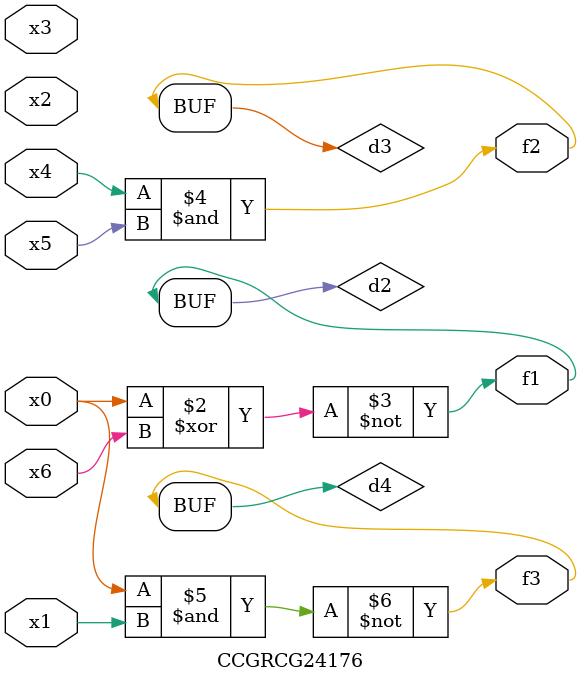
<source format=v>
module CCGRCG24176(
	input x0, x1, x2, x3, x4, x5, x6,
	output f1, f2, f3
);

	wire d1, d2, d3, d4;

	nor (d1, x0);
	xnor (d2, x0, x6);
	and (d3, x4, x5);
	nand (d4, x0, x1);
	assign f1 = d2;
	assign f2 = d3;
	assign f3 = d4;
endmodule

</source>
